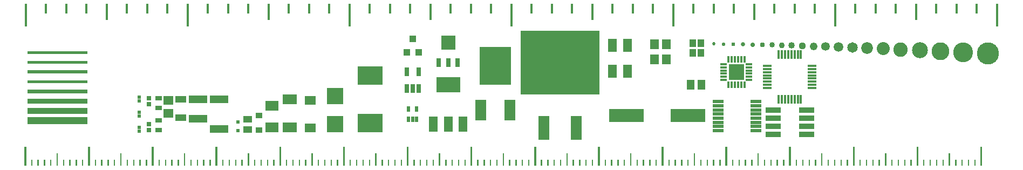
<source format=gts>
G04*
G04 #@! TF.GenerationSoftware,Altium Limited,Altium Designer,19.0.14 (431)*
G04*
G04 Layer_Color=8388736*
%FSLAX44Y44*%
%MOMM*%
G71*
G01*
G75*
%ADD54R,0.8032X0.7033*%
%ADD55R,5.5372X2.1336*%
%ADD56R,12.4033X9.9532*%
%ADD57R,1.8032X3.7033*%
%ADD58R,1.4031X2.0033*%
%ADD59R,0.7831X1.4031*%
%ADD60R,2.2032X2.2032*%
%ADD61R,1.0033X1.1031*%
%ADD62R,0.7531X1.4031*%
%ADD63R,0.6033X0.9533*%
%ADD64R,1.4224X2.4384*%
%ADD65R,3.8031X2.4031*%
%ADD66R,2.3033X1.6033*%
%ADD67R,1.1031X0.8032*%
%ADD68R,1.5032X1.4031*%
%ADD69R,1.8032X1.1031*%
%ADD70R,3.0033X1.2032*%
%ADD71R,3.0033X1.2032*%
%ADD72R,0.5532X0.5532*%
%ADD73R,1.4031X1.0033*%
%ADD74R,1.0333X0.8331*%
%ADD75R,2.0033X1.6033*%
%ADD76R,1.6731X1.4732*%
%ADD77R,2.6033X2.6033*%
%ADD78R,4.0033X3.0033*%
%ADD79R,1.8032X3.2032*%
%ADD80R,5.0292X5.9182*%
%ADD81R,1.3462X0.4572*%
%ADD82R,0.4572X1.3462*%
%ADD83R,2.4130X0.8128*%
%ADD84R,1.0033X0.4531*%
%ADD85R,0.4531X1.0033*%
%ADD86R,1.8032X0.5532*%
%ADD87R,0.5032X0.5032*%
%ADD88R,1.2032X1.6033*%
%ADD89R,1.1031X1.2532*%
%ADD90R,1.4031X1.6033*%
%ADD91C,3.4633*%
%ADD92C,3.1133*%
%ADD93C,2.7932*%
%ADD94C,2.5032*%
%ADD95C,2.2532*%
%ADD96C,2.0333*%
%ADD97C,1.8331*%
%ADD98C,1.6533*%
%ADD99C,1.4933*%
%ADD100C,1.3533*%
%ADD101C,1.2233*%
%ADD102C,1.1153*%
%ADD103C,1.0152*%
%ADD104C,0.9261*%
%ADD105C,0.8471*%
%ADD106C,0.7762*%
%ADD107C,0.7143*%
%ADD108C,0.6581*%
%ADD109C,0.6081*%
%ADD110C,0.5641*%
%ADD111C,0.5243*%
G36*
X1506451Y238999D02*
X1503449D01*
Y254000D01*
X1506451D01*
Y238999D01*
D02*
G37*
G36*
X1474701D02*
X1471699D01*
Y254000D01*
X1474701D01*
Y238999D01*
D02*
G37*
G36*
X1442951D02*
X1439949D01*
Y254000D01*
X1442951D01*
Y238999D01*
D02*
G37*
G36*
X1379451D02*
X1376449D01*
Y254000D01*
X1379451D01*
Y238999D01*
D02*
G37*
G36*
X1347701D02*
X1344699D01*
Y254000D01*
X1347701D01*
Y238999D01*
D02*
G37*
G36*
X1315951D02*
X1312949D01*
Y254000D01*
X1315951D01*
Y238999D01*
D02*
G37*
G36*
X1252451D02*
X1249449D01*
Y254000D01*
X1252451D01*
Y238999D01*
D02*
G37*
G36*
X1220701D02*
X1217699D01*
Y254000D01*
X1220701D01*
Y238999D01*
D02*
G37*
G36*
X1188951D02*
X1185949D01*
Y254000D01*
X1188951D01*
Y238999D01*
D02*
G37*
G36*
X1125451D02*
X1122449D01*
Y254000D01*
X1125451D01*
Y238999D01*
D02*
G37*
G36*
X1093701D02*
X1090699D01*
Y254000D01*
X1093701D01*
Y238999D01*
D02*
G37*
G36*
X1061951D02*
X1058949D01*
Y254000D01*
X1061951D01*
Y238999D01*
D02*
G37*
G36*
X998451D02*
X995449D01*
Y254000D01*
X998451D01*
Y238999D01*
D02*
G37*
G36*
X966701D02*
X963699D01*
Y254000D01*
X966701D01*
Y238999D01*
D02*
G37*
G36*
X934951D02*
X931949D01*
Y254000D01*
X934951D01*
Y238999D01*
D02*
G37*
G36*
X871451D02*
X868449D01*
Y254000D01*
X871451D01*
Y238999D01*
D02*
G37*
G36*
X839701D02*
X836699D01*
Y254000D01*
X839701D01*
Y238999D01*
D02*
G37*
G36*
X807951D02*
X804949D01*
Y254000D01*
X807951D01*
Y238999D01*
D02*
G37*
G36*
X744451D02*
X741449D01*
Y254000D01*
X744451D01*
Y238999D01*
D02*
G37*
G36*
X712701D02*
X709699D01*
Y254000D01*
X712701D01*
Y238999D01*
D02*
G37*
G36*
X680951D02*
X677949D01*
Y254000D01*
X680951D01*
Y238999D01*
D02*
G37*
G36*
X617451D02*
X614449D01*
Y254000D01*
X617451D01*
Y238999D01*
D02*
G37*
G36*
X585701D02*
X582699D01*
Y254000D01*
X585701D01*
Y238999D01*
D02*
G37*
G36*
X553951D02*
X550949D01*
Y254000D01*
X553951D01*
Y238999D01*
D02*
G37*
G36*
X490451D02*
X487449D01*
Y254000D01*
X490451D01*
Y238999D01*
D02*
G37*
G36*
X458701D02*
X455699D01*
Y254000D01*
X458701D01*
Y238999D01*
D02*
G37*
G36*
X426951D02*
X423949D01*
Y254000D01*
X426951D01*
Y238999D01*
D02*
G37*
G36*
X363451D02*
X360449D01*
Y254000D01*
X363451D01*
Y238999D01*
D02*
G37*
G36*
X331701D02*
X328699D01*
Y254000D01*
X331701D01*
Y238999D01*
D02*
G37*
G36*
X299951D02*
X296949D01*
Y254000D01*
X299951D01*
Y238999D01*
D02*
G37*
G36*
X236451D02*
X233449D01*
Y254000D01*
X236451D01*
Y238999D01*
D02*
G37*
G36*
X204701D02*
X201699D01*
Y254000D01*
X204701D01*
Y238999D01*
D02*
G37*
G36*
X172951D02*
X169949D01*
Y254000D01*
X172951D01*
Y238999D01*
D02*
G37*
G36*
X109451D02*
X106449D01*
Y254000D01*
X109451D01*
Y238999D01*
D02*
G37*
G36*
X77701D02*
X74699D01*
Y254000D01*
X77701D01*
Y238999D01*
D02*
G37*
G36*
X45951D02*
X42949D01*
Y254000D01*
X45951D01*
Y238999D01*
D02*
G37*
G36*
X1411201Y228999D02*
X1408199D01*
Y254000D01*
X1411201D01*
Y228999D01*
D02*
G37*
G36*
X1157201D02*
X1154199D01*
Y254000D01*
X1157201D01*
Y228999D01*
D02*
G37*
G36*
X903201D02*
X900199D01*
Y254000D01*
X903201D01*
Y228999D01*
D02*
G37*
G36*
X649201D02*
X646199D01*
Y254000D01*
X649201D01*
Y228999D01*
D02*
G37*
G36*
X395201D02*
X392199D01*
Y254000D01*
X395201D01*
Y228999D01*
D02*
G37*
G36*
X141201D02*
X138199D01*
Y254000D01*
X141201D01*
Y228999D01*
D02*
G37*
G36*
X1538201Y218999D02*
X1535199D01*
Y254000D01*
X1538201D01*
Y218999D01*
D02*
G37*
G36*
X1284201D02*
X1281199D01*
Y254000D01*
X1284201D01*
Y218999D01*
D02*
G37*
G36*
X1030201D02*
X1027199D01*
Y254000D01*
X1030201D01*
Y218999D01*
D02*
G37*
G36*
X776201D02*
X773199D01*
Y254000D01*
X776201D01*
Y218999D01*
D02*
G37*
G36*
X522201D02*
X519199D01*
Y254000D01*
X522201D01*
Y218999D01*
D02*
G37*
G36*
X268201D02*
X265199D01*
Y254000D01*
X268201D01*
Y218999D01*
D02*
G37*
G36*
X14201D02*
X11199D01*
Y254000D01*
X14201D01*
Y218999D01*
D02*
G37*
G36*
X109220Y175768D02*
X15240D01*
Y179832D01*
X109220D01*
Y175768D01*
D02*
G37*
G36*
Y160274D02*
X15240D01*
Y164846D01*
X109220D01*
Y160274D01*
D02*
G37*
G36*
Y144780D02*
X15240D01*
Y149860D01*
X109220D01*
Y144780D01*
D02*
G37*
G36*
X1139759Y135321D02*
X1115761D01*
Y159319D01*
X1139759D01*
Y135321D01*
D02*
G37*
G36*
X109220Y129794D02*
X15240D01*
Y134366D01*
X109220D01*
Y129794D01*
D02*
G37*
G36*
Y113792D02*
X15240D01*
Y119888D01*
X109220D01*
Y113792D01*
D02*
G37*
G36*
Y97536D02*
X15240D01*
Y105156D01*
X109220D01*
Y97536D01*
D02*
G37*
G36*
Y81788D02*
X15240D01*
Y90932D01*
X109220D01*
Y81788D01*
D02*
G37*
G36*
Y65278D02*
X15240D01*
Y76962D01*
X109220D01*
Y65278D01*
D02*
G37*
G36*
X1513502Y0D02*
X1510502D01*
Y30000D01*
X1513502D01*
Y0D01*
D02*
G37*
G36*
X1503002D02*
X1501000D01*
Y10000D01*
X1503002D01*
Y0D01*
D02*
G37*
G36*
X1493002D02*
X1491000D01*
Y10000D01*
X1493002D01*
Y0D01*
D02*
G37*
G36*
X1483002D02*
X1481000D01*
Y10000D01*
X1483002D01*
Y0D01*
D02*
G37*
G36*
X1473002D02*
X1471000D01*
Y10000D01*
X1473002D01*
Y0D01*
D02*
G37*
G36*
X1463002D02*
X1461000D01*
Y20000D01*
X1463002D01*
Y0D01*
D02*
G37*
G36*
X1453002D02*
X1451000D01*
Y10000D01*
X1453002D01*
Y0D01*
D02*
G37*
G36*
X1443002D02*
X1441000D01*
Y10000D01*
X1443002D01*
Y0D01*
D02*
G37*
G36*
X1433002D02*
X1431000D01*
Y10000D01*
X1433002D01*
Y0D01*
D02*
G37*
G36*
X1423002D02*
X1421001D01*
Y10000D01*
X1423002D01*
Y0D01*
D02*
G37*
G36*
X1413502D02*
X1410500D01*
Y30000D01*
X1413502D01*
Y0D01*
D02*
G37*
G36*
X1403000D02*
X1400998D01*
Y10000D01*
X1403000D01*
Y0D01*
D02*
G37*
G36*
X1393000D02*
X1390998D01*
Y10000D01*
X1393000D01*
Y0D01*
D02*
G37*
G36*
X1383000D02*
X1380998D01*
Y10000D01*
X1383000D01*
Y0D01*
D02*
G37*
G36*
X1373000D02*
X1370998D01*
Y10000D01*
X1373000D01*
Y0D01*
D02*
G37*
G36*
X1363000D02*
X1360998D01*
Y20000D01*
X1363000D01*
Y0D01*
D02*
G37*
G36*
X1353000D02*
X1350998D01*
Y10000D01*
X1353000D01*
Y0D01*
D02*
G37*
G36*
X1343000D02*
X1340998D01*
Y10000D01*
X1343000D01*
Y0D01*
D02*
G37*
G36*
X1333000D02*
X1330998D01*
Y10000D01*
X1333000D01*
Y0D01*
D02*
G37*
G36*
X1323000D02*
X1320998D01*
Y10000D01*
X1323000D01*
Y0D01*
D02*
G37*
G36*
X1313500D02*
X1310498D01*
Y30000D01*
X1313500D01*
Y0D01*
D02*
G37*
G36*
X1303000D02*
X1300998D01*
Y10000D01*
X1303000D01*
Y0D01*
D02*
G37*
G36*
X1293000D02*
X1290998D01*
Y10000D01*
X1293000D01*
Y0D01*
D02*
G37*
G36*
X1283000D02*
X1280998D01*
Y10000D01*
X1283000D01*
Y0D01*
D02*
G37*
G36*
X1273000D02*
X1270998D01*
Y10000D01*
X1273000D01*
Y0D01*
D02*
G37*
G36*
X1263000D02*
X1260998D01*
Y20000D01*
X1263000D01*
Y0D01*
D02*
G37*
G36*
X1253000D02*
X1250998D01*
Y10000D01*
X1253000D01*
Y0D01*
D02*
G37*
G36*
X1243000D02*
X1240998D01*
Y10000D01*
X1243000D01*
Y0D01*
D02*
G37*
G36*
X1233000D02*
X1230998D01*
Y10000D01*
X1233000D01*
Y0D01*
D02*
G37*
G36*
X1223000D02*
X1220998D01*
Y10000D01*
X1223000D01*
Y0D01*
D02*
G37*
G36*
X1213500D02*
X1210498D01*
Y30000D01*
X1213500D01*
Y0D01*
D02*
G37*
G36*
X1203000D02*
X1200998D01*
Y10000D01*
X1203000D01*
Y0D01*
D02*
G37*
G36*
X1193000D02*
X1190998D01*
Y10000D01*
X1193000D01*
Y0D01*
D02*
G37*
G36*
X1183000D02*
X1180998D01*
Y10000D01*
X1183000D01*
Y0D01*
D02*
G37*
G36*
X1173000D02*
X1170998D01*
Y10000D01*
X1173000D01*
Y0D01*
D02*
G37*
G36*
X1163000D02*
X1160998D01*
Y20000D01*
X1163000D01*
Y0D01*
D02*
G37*
G36*
X1153000D02*
X1150999D01*
Y10000D01*
X1153000D01*
Y0D01*
D02*
G37*
G36*
X1143000D02*
X1140999D01*
Y10000D01*
X1143000D01*
Y0D01*
D02*
G37*
G36*
X1133000D02*
X1130999D01*
Y10000D01*
X1133000D01*
Y0D01*
D02*
G37*
G36*
X1123000D02*
X1120999D01*
Y10000D01*
X1123000D01*
Y0D01*
D02*
G37*
G36*
X1113500D02*
X1110498D01*
Y30000D01*
X1113500D01*
Y0D01*
D02*
G37*
G36*
X1103000D02*
X1100999D01*
Y10000D01*
X1103000D01*
Y0D01*
D02*
G37*
G36*
X1093000D02*
X1090999D01*
Y10000D01*
X1093000D01*
Y0D01*
D02*
G37*
G36*
X1083000D02*
X1080999D01*
Y10000D01*
X1083000D01*
Y0D01*
D02*
G37*
G36*
X1073000D02*
X1070999D01*
Y10000D01*
X1073000D01*
Y0D01*
D02*
G37*
G36*
X1063000D02*
X1060999D01*
Y20000D01*
X1063000D01*
Y0D01*
D02*
G37*
G36*
X1053000D02*
X1050999D01*
Y10000D01*
X1053000D01*
Y0D01*
D02*
G37*
G36*
X1043000D02*
X1040999D01*
Y10000D01*
X1043000D01*
Y0D01*
D02*
G37*
G36*
X1033000D02*
X1030999D01*
Y10000D01*
X1033000D01*
Y0D01*
D02*
G37*
G36*
X1023000D02*
X1020999D01*
Y10000D01*
X1023000D01*
Y0D01*
D02*
G37*
G36*
X1013501D02*
X1010498D01*
Y30000D01*
X1013501D01*
Y0D01*
D02*
G37*
G36*
X1003000D02*
X1000999D01*
Y10000D01*
X1003000D01*
Y0D01*
D02*
G37*
G36*
X993000D02*
X990999D01*
Y10000D01*
X993000D01*
Y0D01*
D02*
G37*
G36*
X983000D02*
X980999D01*
Y10000D01*
X983000D01*
Y0D01*
D02*
G37*
G36*
X973000D02*
X970999D01*
Y10000D01*
X973000D01*
Y0D01*
D02*
G37*
G36*
X963000D02*
X960999D01*
Y20000D01*
X963000D01*
Y0D01*
D02*
G37*
G36*
X953000D02*
X950999D01*
Y10000D01*
X953000D01*
Y0D01*
D02*
G37*
G36*
X943000D02*
X940999D01*
Y10000D01*
X943000D01*
Y0D01*
D02*
G37*
G36*
X933000D02*
X930999D01*
Y10000D01*
X933000D01*
Y0D01*
D02*
G37*
G36*
X923000D02*
X920999D01*
Y10000D01*
X923000D01*
Y0D01*
D02*
G37*
G36*
X913501D02*
X910499D01*
Y30000D01*
X913501D01*
Y0D01*
D02*
G37*
G36*
X903000D02*
X900999D01*
Y10000D01*
X903000D01*
Y0D01*
D02*
G37*
G36*
X893000D02*
X890999D01*
Y10000D01*
X893000D01*
Y0D01*
D02*
G37*
G36*
X883000D02*
X880999D01*
Y10000D01*
X883000D01*
Y0D01*
D02*
G37*
G36*
X873000D02*
X870999D01*
Y10000D01*
X873000D01*
Y0D01*
D02*
G37*
G36*
X863001D02*
X860999D01*
Y20000D01*
X863001D01*
Y0D01*
D02*
G37*
G36*
X853001D02*
X850999D01*
Y10000D01*
X853001D01*
Y0D01*
D02*
G37*
G36*
X843001D02*
X840999D01*
Y10000D01*
X843001D01*
Y0D01*
D02*
G37*
G36*
X833001D02*
X830999D01*
Y10000D01*
X833001D01*
Y0D01*
D02*
G37*
G36*
X823001D02*
X820999D01*
Y10000D01*
X823001D01*
Y0D01*
D02*
G37*
G36*
X813501D02*
X810499D01*
Y30000D01*
X813501D01*
Y0D01*
D02*
G37*
G36*
X803001D02*
X800999D01*
Y10000D01*
X803001D01*
Y0D01*
D02*
G37*
G36*
X793001D02*
X790999D01*
Y10000D01*
X793001D01*
Y0D01*
D02*
G37*
G36*
X783001D02*
X780999D01*
Y10000D01*
X783001D01*
Y0D01*
D02*
G37*
G36*
X773001D02*
X770999D01*
Y10000D01*
X773001D01*
Y0D01*
D02*
G37*
G36*
X763001D02*
X760999D01*
Y20000D01*
X763001D01*
Y0D01*
D02*
G37*
G36*
X753001D02*
X750999D01*
Y10000D01*
X753001D01*
Y0D01*
D02*
G37*
G36*
X743001D02*
X740999D01*
Y10000D01*
X743001D01*
Y0D01*
D02*
G37*
G36*
X733001D02*
X730999D01*
Y10000D01*
X733001D01*
Y0D01*
D02*
G37*
G36*
X723001D02*
X720999D01*
Y10000D01*
X723001D01*
Y0D01*
D02*
G37*
G36*
X713501D02*
X710499D01*
Y30000D01*
X713501D01*
Y0D01*
D02*
G37*
G36*
X703001D02*
X700999D01*
Y10000D01*
X703001D01*
Y0D01*
D02*
G37*
G36*
X693001D02*
X690999D01*
Y10000D01*
X693001D01*
Y0D01*
D02*
G37*
G36*
X683001D02*
X680999D01*
Y10000D01*
X683001D01*
Y0D01*
D02*
G37*
G36*
X673001D02*
X670999D01*
Y10000D01*
X673001D01*
Y0D01*
D02*
G37*
G36*
X663001D02*
X660999D01*
Y20000D01*
X663001D01*
Y0D01*
D02*
G37*
G36*
X653001D02*
X651000D01*
Y10000D01*
X653001D01*
Y0D01*
D02*
G37*
G36*
X643001D02*
X641000D01*
Y10000D01*
X643001D01*
Y0D01*
D02*
G37*
G36*
X633001D02*
X630999D01*
Y10000D01*
X633001D01*
Y0D01*
D02*
G37*
G36*
X623001D02*
X620999D01*
Y10000D01*
X623001D01*
Y0D01*
D02*
G37*
G36*
X613501D02*
X610499D01*
Y30000D01*
X613501D01*
Y0D01*
D02*
G37*
G36*
X603001D02*
X601000D01*
Y10000D01*
X603001D01*
Y0D01*
D02*
G37*
G36*
X593001D02*
X591000D01*
Y10000D01*
X593001D01*
Y0D01*
D02*
G37*
G36*
X583001D02*
X581000D01*
Y10000D01*
X583001D01*
Y0D01*
D02*
G37*
G36*
X573001D02*
X571000D01*
Y10000D01*
X573001D01*
Y0D01*
D02*
G37*
G36*
X563001D02*
X561000D01*
Y20000D01*
X563001D01*
Y0D01*
D02*
G37*
G36*
X553001D02*
X551000D01*
Y10000D01*
X553001D01*
Y0D01*
D02*
G37*
G36*
X543001D02*
X541000D01*
Y10000D01*
X543001D01*
Y0D01*
D02*
G37*
G36*
X533001D02*
X531000D01*
Y10000D01*
X533001D01*
Y0D01*
D02*
G37*
G36*
X523001D02*
X521000D01*
Y10000D01*
X523001D01*
Y0D01*
D02*
G37*
G36*
X513502D02*
X510499D01*
Y30000D01*
X513502D01*
Y0D01*
D02*
G37*
G36*
X503001D02*
X501000D01*
Y10000D01*
X503001D01*
Y0D01*
D02*
G37*
G36*
X493001D02*
X491000D01*
Y10000D01*
X493001D01*
Y0D01*
D02*
G37*
G36*
X483001D02*
X481000D01*
Y10000D01*
X483001D01*
Y0D01*
D02*
G37*
G36*
X473001D02*
X471000D01*
Y10000D01*
X473001D01*
Y0D01*
D02*
G37*
G36*
X463001D02*
X461000D01*
Y20000D01*
X463001D01*
Y0D01*
D02*
G37*
G36*
X453001D02*
X451000D01*
Y10000D01*
X453001D01*
Y0D01*
D02*
G37*
G36*
X443001D02*
X441000D01*
Y10000D01*
X443001D01*
Y0D01*
D02*
G37*
G36*
X433001D02*
X431000D01*
Y10000D01*
X433001D01*
Y0D01*
D02*
G37*
G36*
X423001D02*
X421000D01*
Y10000D01*
X423001D01*
Y0D01*
D02*
G37*
G36*
X413502D02*
X410500D01*
Y30000D01*
X413502D01*
Y0D01*
D02*
G37*
G36*
X403002D02*
X401000D01*
Y10000D01*
X403002D01*
Y0D01*
D02*
G37*
G36*
X393002D02*
X391000D01*
Y10000D01*
X393002D01*
Y0D01*
D02*
G37*
G36*
X383002D02*
X381000D01*
Y10000D01*
X383002D01*
Y0D01*
D02*
G37*
G36*
X373002D02*
X371000D01*
Y10000D01*
X373002D01*
Y0D01*
D02*
G37*
G36*
X363002D02*
X361000D01*
Y20000D01*
X363002D01*
Y0D01*
D02*
G37*
G36*
X353002D02*
X351000D01*
Y10000D01*
X353002D01*
Y0D01*
D02*
G37*
G36*
X343002D02*
X341000D01*
Y10000D01*
X343002D01*
Y0D01*
D02*
G37*
G36*
X333002D02*
X331000D01*
Y10000D01*
X333002D01*
Y0D01*
D02*
G37*
G36*
X323002D02*
X321000D01*
Y10000D01*
X323002D01*
Y0D01*
D02*
G37*
G36*
X313502D02*
X310500D01*
Y30000D01*
X313502D01*
Y0D01*
D02*
G37*
G36*
X303002D02*
X301000D01*
Y10000D01*
X303002D01*
Y0D01*
D02*
G37*
G36*
X293002D02*
X291000D01*
Y10000D01*
X293002D01*
Y0D01*
D02*
G37*
G36*
X283002D02*
X281000D01*
Y10000D01*
X283002D01*
Y0D01*
D02*
G37*
G36*
X273002D02*
X271000D01*
Y10000D01*
X273002D01*
Y0D01*
D02*
G37*
G36*
X263002D02*
X261000D01*
Y20000D01*
X263002D01*
Y0D01*
D02*
G37*
G36*
X253002D02*
X251000D01*
Y10000D01*
X253002D01*
Y0D01*
D02*
G37*
G36*
X243002D02*
X241000D01*
Y10000D01*
X243002D01*
Y0D01*
D02*
G37*
G36*
X233002D02*
X231000D01*
Y10000D01*
X233002D01*
Y0D01*
D02*
G37*
G36*
X223002D02*
X221000D01*
Y10000D01*
X223002D01*
Y0D01*
D02*
G37*
G36*
X213502D02*
X210500D01*
Y30000D01*
X213502D01*
Y0D01*
D02*
G37*
G36*
X202999D02*
X200998D01*
Y10000D01*
X202999D01*
Y0D01*
D02*
G37*
G36*
X192999D02*
X190998D01*
Y10000D01*
X192999D01*
Y0D01*
D02*
G37*
G36*
X182999D02*
X180998D01*
Y10000D01*
X182999D01*
Y0D01*
D02*
G37*
G36*
X172999D02*
X170998D01*
Y10000D01*
X172999D01*
Y0D01*
D02*
G37*
G36*
X162999D02*
X160998D01*
Y20000D01*
X162999D01*
Y0D01*
D02*
G37*
G36*
X152999D02*
X150998D01*
Y10000D01*
X152999D01*
Y0D01*
D02*
G37*
G36*
X142999D02*
X140998D01*
Y10000D01*
X142999D01*
Y0D01*
D02*
G37*
G36*
X132999D02*
X130998D01*
Y10000D01*
X132999D01*
Y0D01*
D02*
G37*
G36*
X122999D02*
X120998D01*
Y10000D01*
X122999D01*
Y0D01*
D02*
G37*
G36*
X113500D02*
X110498D01*
Y30000D01*
X113500D01*
Y0D01*
D02*
G37*
G36*
X102999D02*
X100998D01*
Y10000D01*
X102999D01*
Y0D01*
D02*
G37*
G36*
X93000D02*
X90998D01*
Y10000D01*
X93000D01*
Y0D01*
D02*
G37*
G36*
X83000D02*
X80998D01*
Y10000D01*
X83000D01*
Y0D01*
D02*
G37*
G36*
X73000D02*
X70998D01*
Y10000D01*
X73000D01*
Y0D01*
D02*
G37*
G36*
X63000D02*
X60998D01*
Y20000D01*
X63000D01*
Y0D01*
D02*
G37*
G36*
X53000D02*
X50998D01*
Y10000D01*
X53000D01*
Y0D01*
D02*
G37*
G36*
X43000D02*
X40998D01*
Y10000D01*
X43000D01*
Y0D01*
D02*
G37*
G36*
X33000D02*
X30998D01*
Y10000D01*
X33000D01*
Y0D01*
D02*
G37*
G36*
X23000D02*
X20998D01*
Y10000D01*
X23000D01*
Y0D01*
D02*
G37*
G36*
X13500D02*
X10498D01*
Y30000D01*
X13500D01*
Y0D01*
D02*
G37*
D54*
X205740Y55959D02*
D03*
Y65961D02*
D03*
Y96599D02*
D03*
Y106601D02*
D03*
D55*
X955040Y78740D02*
D03*
X1051560D02*
D03*
D56*
X850900Y162240D02*
D03*
D57*
X876300Y59489D02*
D03*
X825500D02*
D03*
D58*
X957133Y148910D02*
D03*
X933135Y188910D02*
D03*
Y148910D02*
D03*
X957133Y188910D02*
D03*
D59*
X660639Y162339D02*
D03*
X675640D02*
D03*
X690641D02*
D03*
D60*
X675640Y193340D02*
D03*
D61*
X619760Y198961D02*
D03*
X629260Y177960D02*
D03*
X610260D02*
D03*
D62*
Y121618D02*
D03*
X619760D02*
D03*
X629260D02*
D03*
Y147622D02*
D03*
X610260D02*
D03*
D63*
X613260Y73030D02*
D03*
X619760D02*
D03*
X626260D02*
D03*
Y89530D02*
D03*
X613260D02*
D03*
D64*
X652526Y65532D02*
D03*
X675640D02*
D03*
X698754D02*
D03*
D65*
X675640Y127510D02*
D03*
D66*
X426720Y104803D02*
D03*
Y60805D02*
D03*
D67*
X220980Y91051D02*
D03*
Y106053D02*
D03*
Y56253D02*
D03*
Y71255D02*
D03*
D68*
X236220Y82210D02*
D03*
Y103210D02*
D03*
D69*
X255778Y75669D02*
D03*
Y104671D02*
D03*
D70*
X282956Y104155D02*
D03*
Y74153D02*
D03*
D71*
X316230Y58280D02*
D03*
Y104280D02*
D03*
D72*
X345440Y55227D02*
D03*
Y68725D02*
D03*
D73*
X360680Y57531D02*
D03*
Y73533D02*
D03*
D74*
X378460Y79573D02*
D03*
Y56571D02*
D03*
D75*
X398780Y60470D02*
D03*
Y94470D02*
D03*
D76*
X458724Y103035D02*
D03*
Y60033D02*
D03*
D77*
X497840Y65631D02*
D03*
Y109629D02*
D03*
D78*
X553466Y67394D02*
D03*
Y141394D02*
D03*
D79*
X726501Y87869D02*
D03*
X772099D02*
D03*
D80*
X749300Y156850D02*
D03*
D81*
X1176579Y157201D02*
D03*
Y152199D02*
D03*
Y147201D02*
D03*
Y142199D02*
D03*
Y137201D02*
D03*
Y132199D02*
D03*
Y127201D02*
D03*
Y122199D02*
D03*
X1246581D02*
D03*
Y127201D02*
D03*
Y132199D02*
D03*
Y137201D02*
D03*
Y142199D02*
D03*
Y147201D02*
D03*
Y152199D02*
D03*
Y157201D02*
D03*
D82*
X1194079Y104699D02*
D03*
X1199081D02*
D03*
X1204079D02*
D03*
X1209081D02*
D03*
X1214079D02*
D03*
X1219081D02*
D03*
X1224079D02*
D03*
X1229081D02*
D03*
Y174701D02*
D03*
X1224079D02*
D03*
X1219081D02*
D03*
X1214079D02*
D03*
X1209081D02*
D03*
X1204079D02*
D03*
X1199081D02*
D03*
X1194079D02*
D03*
D83*
X1185418Y87630D02*
D03*
Y74930D02*
D03*
Y62230D02*
D03*
Y49530D02*
D03*
X1237742D02*
D03*
Y62230D02*
D03*
Y74930D02*
D03*
Y87630D02*
D03*
D84*
X1107760Y159819D02*
D03*
Y154821D02*
D03*
Y149819D02*
D03*
Y144821D02*
D03*
Y139819D02*
D03*
Y134821D02*
D03*
X1147760D02*
D03*
Y139819D02*
D03*
Y144821D02*
D03*
Y149819D02*
D03*
Y154821D02*
D03*
Y159819D02*
D03*
D85*
X1115261Y127320D02*
D03*
X1120259D02*
D03*
X1125261D02*
D03*
X1130259D02*
D03*
X1135261D02*
D03*
X1140259D02*
D03*
Y167320D02*
D03*
X1135261D02*
D03*
X1130259D02*
D03*
X1125261D02*
D03*
X1120259D02*
D03*
X1115261D02*
D03*
D86*
X1099261Y100990D02*
D03*
Y94490D02*
D03*
Y87991D02*
D03*
Y81491D02*
D03*
Y74991D02*
D03*
Y68491D02*
D03*
Y61991D02*
D03*
Y55489D02*
D03*
X1158260D02*
D03*
Y61991D02*
D03*
Y68491D02*
D03*
Y74991D02*
D03*
Y81491D02*
D03*
Y87991D02*
D03*
Y94490D02*
D03*
Y100990D02*
D03*
D87*
X190500Y78280D02*
D03*
Y84280D02*
D03*
Y54912D02*
D03*
Y60912D02*
D03*
Y101648D02*
D03*
Y107648D02*
D03*
D88*
X1055761Y127000D02*
D03*
X1072759D02*
D03*
D89*
X1071784Y176962D02*
D03*
X1059784Y192862D02*
D03*
Y176962D02*
D03*
X1071784Y192862D02*
D03*
D90*
X998880Y166817D02*
D03*
Y190815D02*
D03*
X1017880Y166817D02*
D03*
Y190815D02*
D03*
D91*
X1522235Y176741D02*
D03*
D92*
X1483385Y178491D02*
D03*
D93*
X1447884Y180091D02*
D03*
D94*
X1415435Y181539D02*
D03*
D95*
X1385684Y182791D02*
D03*
D96*
X1358285Y183891D02*
D03*
D97*
X1332984Y184889D02*
D03*
D98*
X1309586Y185791D02*
D03*
D99*
X1287884Y186591D02*
D03*
D100*
X1267686Y187289D02*
D03*
D101*
X1248834Y187940D02*
D03*
D102*
X1231176Y188481D02*
D03*
D103*
X1214554Y188981D02*
D03*
D104*
X1198880Y189426D02*
D03*
D105*
X1183640Y189819D02*
D03*
D106*
X1168400Y190175D02*
D03*
D107*
X1153160Y190485D02*
D03*
D108*
X1137920Y190764D02*
D03*
D109*
X1122680Y191016D02*
D03*
D110*
X1107440Y191234D02*
D03*
D111*
X1092200Y191435D02*
D03*
M02*

</source>
